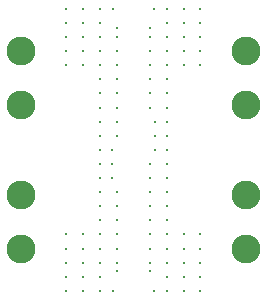
<source format=gbr>
G04 AutoGERB for AutoCAD 14/2000*
G04 RS274-X Output *
%FSLAX34Y34*%
%MOIN*%
%ADD12C,0.005000*%
%ADD13C,0.007000*%
%ADD14C,0.013448*%
%ADD15C,0.013000*%
%ADD16C,0.096000*%
G54D15*X6987Y1240D03*G54D15*X5863Y1240D03*G54D15*X6425Y1240D03*G54D15*X5300Y1240D03*G54D15*X3638Y1240D03*G54D15*X4200Y1240D03*G54D15*X2513Y1240D03*G54D15*X3075Y1240D03*G54D15*X4060Y300D03*G54D15*X2513Y770D03*G54D15*X2513Y300D03*G54D15*X3638Y770D03*G54D15*X3638Y300D03*G54D15*X3075Y300D03*G54D15*X3075Y770D03*G54D15*X5300Y950D03*G54D15*X4200Y950D03*G54D15*X5863Y770D03*G54D15*X6425Y770D03*G54D15*X5440Y300D03*G54D15*X5863Y300D03*G54D15*X6425Y300D03*G54D15*X6987Y770D03*G54D15*X6987Y300D03*G54D15*X5863Y9700D03*G54D15*X6425Y9700D03*G54D15*X3638Y9700D03*G54D15*X4060Y9700D03*G54D15*X5440Y9700D03*G54D15*X2513Y9700D03*G54D15*X3075Y9700D03*G54D16*X1000Y3500D03*G54D16*X1000Y1700D03*G54D16*X1000Y6500D03*G54D16*X1000Y8300D03*G54D15*X5464Y5470D03*G54D15*X5863Y5470D03*G54D15*X3638Y5470D03*G54D15*X4200Y5470D03*G54D15*X4036Y4060D03*G54D15*X4036Y4530D03*G54D15*X4036Y5000D03*G54D15*X2513Y1710D03*G54D15*X2513Y2180D03*G54D15*X3638Y2650D03*G54D15*X3638Y3120D03*G54D15*X3638Y1710D03*G54D15*X3638Y2180D03*G54D15*X3075Y1710D03*G54D15*X3075Y2180D03*G54D15*X3638Y4060D03*G54D15*X3638Y4530D03*G54D15*X3638Y5000D03*G54D15*X3638Y3590D03*G54D15*X5300Y3120D03*G54D15*X5300Y2650D03*G54D15*X5300Y1710D03*G54D15*X5300Y2180D03*G54D15*X4200Y2650D03*G54D15*X4200Y3120D03*G54D15*X4200Y1710D03*G54D15*X4200Y2180D03*G54D15*X5863Y2650D03*G54D15*X5863Y3120D03*G54D15*X5863Y1710D03*G54D15*X6425Y1710D03*G54D15*X5863Y2180D03*G54D15*X6425Y2180D03*G54D15*X5300Y4060D03*G54D15*X5300Y4530D03*G54D15*X5300Y3590D03*G54D15*X4200Y3590D03*G54D15*X5464Y5000D03*G54D15*X5863Y4060D03*G54D15*X5863Y4530D03*G54D15*X5863Y5000D03*G54D15*X5863Y3590D03*G54D15*X3638Y5940D03*G54D15*X3638Y6410D03*G54D15*X3638Y6880D03*G54D15*X3638Y7350D03*G54D15*X2513Y7820D03*G54D15*X2513Y8290D03*G54D15*X2513Y9230D03*G54D15*X2513Y8760D03*G54D15*X3638Y7820D03*G54D15*X3638Y8290D03*G54D15*X3638Y9230D03*G54D15*X3638Y8760D03*G54D15*X3075Y7820D03*G54D15*X3075Y8290D03*G54D15*X3075Y9230D03*G54D15*X3075Y8760D03*G54D15*X5300Y7350D03*G54D15*X5300Y6880D03*G54D15*X5300Y6410D03*
G54D15*X4200Y6410D03*G54D15*X4200Y5940D03*G54D15*X4200Y7350D03*G54D15*X4200Y6880D03*G54D15*X5464Y5940D03*G54D15*X5863Y5940D03*G54D15*X5863Y6410D03*G54D15*X5863Y6880D03*G54D15*X5863Y7350D03*G54D15*X5300Y8760D03*G54D15*X5300Y8290D03*G54D15*X5300Y7820D03*G54D15*X5300Y9050D03*G54D15*X4200Y8290D03*G54D15*X4200Y7820D03*G54D15*X4200Y9050D03*G54D15*X4200Y8760D03*G54D15*X5863Y7820D03*G54D15*X6425Y7820D03*G54D15*X5863Y8290D03*G54D15*X6425Y8290D03*G54D15*X5863Y8760D03*G54D15*X6425Y8760D03*G54D15*X5863Y9230D03*G54D15*X6425Y9230D03*G54D15*X6987Y9700D03*G54D16*X8500Y3500D03*G54D15*X6987Y1710D03*G54D15*X6987Y2180D03*G54D16*X8500Y1700D03*G54D16*X8500Y6500D03*G54D15*X6987Y7820D03*G54D15*X6987Y8290D03*G54D15*X6987Y8760D03*G54D15*X6987Y9230D03*G54D16*X8500Y8300D03*M02*

	THIS DOCUMENT AND ITS CONTENTS ARE OWNED BY, AND ARE
THE CONFIDENTIAL AND PROPRIETARY INFORMATION OF, MINI-CIRCUITS
("CONFIDENTIAL INFORMATION") AND MINI-CIRCUITS RESERVES ALL
DESIGN, USE, MANUFACTURING AND REPRODUCTION RIGHTS THERETO.
UNLESS OTHERWISE EXPRESSLY AGREED TO IN WRITING BY MINI-
CIRCUITS, THE CONFIDENTIAL INFROMATION WILL: (i) BE USED BY MINI-
CIRCUITS' VENDORS, VENDEES, OR THE UNITED STATES GOVERNMENT
("RECEIVING PARTY") SOLELY TO PROMOTE THE COMMERCIAL
RELATIONSHIP BETWEEN RECEIVING PARTY AND MINI-CIRCUITS
("PURPOSE") AND THEN ONLY TO THE EXTENT SPECIFIED BY MINI-
CIRCUITS; (ii) NOT BE USED FOR ANY OTHER PURPOSE AND NOT BE USED
IN ANY WAY DETRIMENTAL TO MINI-CIRCUITS OR TO COMPETE AGAINST
MINI-CIRCUITS; AND (iii) BE KEPT CONFIDENTIAL BY THE RECEIVING PARTY
AND RECEIVING PARTY AGREES NOT TO DISCLOSE THE CONFIDENTIAL
INFORMATION TO ANY THIRD PARTY.

</source>
